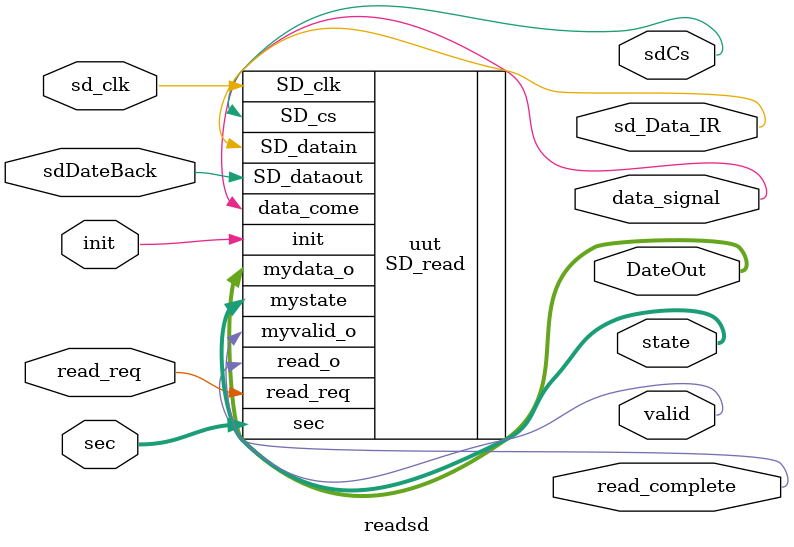
<source format=v>
`timescale 1ns / 1ps


module readsd(
     input sd_clk,              
     output sd_Data_IR,             
     input init,                  //初始化完成信号 
     input [31:0] sec,            //SD 卡的sec地址       
     input read_req,              //SD 卡数据读请求信号 
     output [7:0]DateOut,     //SD 卡读出的数据                             
     output valid,          //数据有效信号       
     output sdCs,  
     output  data_signal,     //SD 卡数据读出指示信号
     input  sdDateBack,                               
     output [3:0] state,       
     output read_complete 
    );    
SD_read uut(
    .SD_clk(sd_clk),       
    .SD_cs(sdCs),       
    .SD_datain(sd_Data_IR),       
    .SD_dataout(sdDateBack),             
    .sec(sec),            //SD 卡的sec地址       
    .read_req(read_req),              //SD 卡数据读请求信号 
    .mydata_o(DateOut),    //SD 卡读出的数据                             
    .myvalid_o(valid),        //数据有效信号       
    .data_come(data_signal),        //SD 卡数据读出指示信号          
    .init(init),                   //初始化完成信号  
    .mystate(state),       
    .read_o(read_complete)  
);
endmodule

</source>
